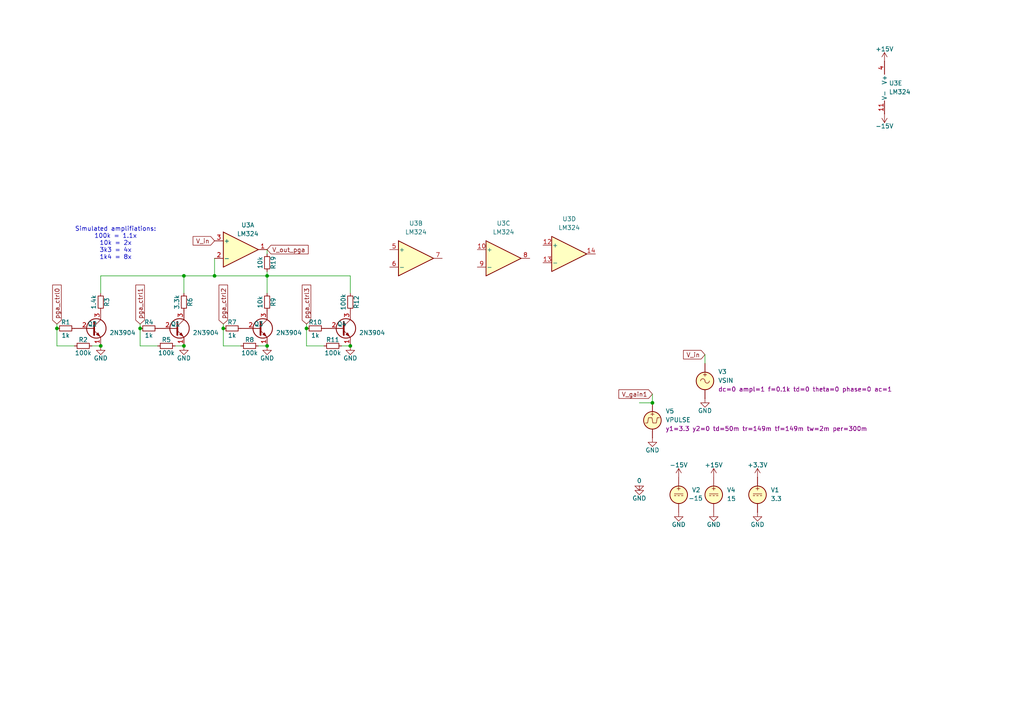
<source format=kicad_sch>
(kicad_sch (version 20231120) (generator "eeschema") (generator_version "8.0")
  (paper "A4")
  (lib_symbols
    (symbol "Amplifier_Operational:LM324" (pin_names (offset 0.127))
      (property "Reference" "U" (at 0 5.08 0))
      (property "Value" "LM324" (at 0 -5.08 0))
      (symbol "LM324_1_1"
        (polyline (pts (xy -5.08 5.08) (xy 5.08 0) (xy -5.08 -5.08) (xy -5.08 5.08)) (stroke (width 0.254)) (fill (type background)))
        (pin output line (at 7.62 0 180) (length 2.54) (name "~") (number "1"))
        (pin input line (at -7.62 -2.54 0) (length 2.54) (name "-") (number "2"))
        (pin input line (at -7.62 2.54 0) (length 2.54) (name "+") (number "3"))
      )
      (symbol "LM324_2_1"
        (polyline (pts (xy -5.08 5.08) (xy 5.08 0) (xy -5.08 -5.08) (xy -5.08 5.08)) (stroke (width 0.254)) (fill (type background)))
        (pin input line (at -7.62 2.54 0) (length 2.54) (name "+") (number "5"))
        (pin input line (at -7.62 -2.54 0) (length 2.54) (name "-") (number "6"))
        (pin output line (at 7.62 0 180) (length 2.54) (name "~") (number "7"))
      )
      (symbol "LM324_3_1"
        (polyline (pts (xy -5.08 5.08) (xy 5.08 0) (xy -5.08 -5.08) (xy -5.08 5.08)) (stroke (width 0.254)) (fill (type background)))
        (pin input line (at -7.62 2.54 0) (length 2.54) (name "+") (number "10"))
        (pin output line (at 7.62 0 180) (length 2.54) (name "~") (number "8"))
        (pin input line (at -7.62 -2.54 0) (length 2.54) (name "-") (number "9"))
      )
      (symbol "LM324_4_1"
        (polyline (pts (xy -5.08 5.08) (xy 5.08 0) (xy -5.08 -5.08) (xy -5.08 5.08)) (stroke (width 0.254)) (fill (type background)))
        (pin input line (at -7.62 2.54 0) (length 2.54) (name "+") (number "12"))
        (pin input line (at -7.62 -2.54 0) (length 2.54) (name "-") (number "13"))
        (pin output line (at 7.62 0 180) (length 2.54) (name "~") (number "14"))
      )
      (symbol "LM324_5_1"
        (pin power_in line (at -2.54 -7.62 90) (length 3.81) (name "V-") (number "11"))
        (pin power_in line (at -2.54 7.62 270) (length 3.81) (name "V+") (number "4"))
      )
    )
    (symbol "Device:R_Small" (pin_numbers hide) (pin_names (offset 0.254) hide)
      (property "Reference" "R" (at 0.762 0.508 0))
      (property "Value" "R_Small" (at 0.762 -1.016 0))
      (symbol "R_Small_0_1"
        (rectangle (start -0.762 1.778) (end 0.762 -1.778) (stroke (width 0.2032)))
      )
      (symbol "R_Small_1_1"
        (pin passive line (at 0 2.54 270) (length 0.762) (name "~") (number "1"))
        (pin passive line (at 0 -2.54 90) (length 0.762) (name "~") (number "2"))
      )
    )
    (symbol "Simulation_SPICE:0" (power) (pin_numbers hide) (pin_names (offset 0) hide)
      (property "Value" "0" (at 0 -2.54 0))
      (symbol "0_0_1"
        (polyline (pts (xy -1.27 0) (xy 0 -1.27) (xy 1.27 0) (xy -1.27 0)))
      )
      (symbol "0_1_1"
        (pin power_in line (at 0 0 0) (length 0) (name "~") (number "1"))
      )
    )
    (symbol "Simulation_SPICE:VDC" (pin_numbers hide) (pin_names (offset 0.0254))
      (property "Reference" "V" (at 2.54 2.54 0))
      (property "Value" "1" (at 2.54 0 0))
      (symbol "VDC_0_0"
        (polyline (pts (xy -1.27 0.254) (xy 1.27 0.254)))
        (polyline (pts (xy -0.762 -0.254) (xy -1.27 -0.254)))
        (polyline (pts (xy 0.254 -0.254) (xy -0.254 -0.254)))
        (polyline (pts (xy 1.27 -0.254) (xy 0.762 -0.254)))
        (text "+" (at 0 1.905 0) (effects (font (size 1.27 1.27))))
      )
      (symbol "VDC_0_1"
        (circle (center 0 0) (radius 2.54) (stroke (width 0.254)) (fill (type background)))
      )
      (symbol "VDC_1_1"
        (pin passive line (at 0 5.08 270) (length 2.54) (name "~") (number "1"))
        (pin passive line (at 0 -5.08 90) (length 2.54) (name "~") (number "2"))
      )
    )
    (symbol "Simulation_SPICE:VPULSE" (pin_numbers hide) (pin_names (offset 0.0254))
      (property "Reference" "V" (at 2.54 2.54 0))
      (property "Value" "VPULSE" (at 2.54 0 0))
      (property "Sim.Params" "y1=0 y2=1 td=2n tr=2n tf=2n tw=50n per=100n" (at 2.54 -2.54 0))
      (symbol "VPULSE_0_0"
        (polyline (pts (xy -2.032 -0.762) (xy -1.397 -0.762) (xy -1.143 0.762) (xy -0.127 0.762) (xy 0.127 -0.762) (xy 1.143 -0.762) (xy 1.397 0.762) (xy 2.032 0.762)))
        (text "+" (at 0 1.905 0) (effects (font (size 1.27 1.27))))
      )
      (symbol "VPULSE_0_1"
        (circle (center 0 0) (radius 2.54) (stroke (width 0.254)) (fill (type background)))
      )
      (symbol "VPULSE_1_1"
        (pin passive line (at 0 5.08 270) (length 2.54) (name "~") (number "1"))
        (pin passive line (at 0 -5.08 90) (length 2.54) (name "~") (number "2"))
      )
    )
    (symbol "Simulation_SPICE:VSIN" (pin_numbers hide) (pin_names (offset 0.0254))
      (property "Reference" "V" (at 2.54 2.54 0))
      (property "Value" "VSIN" (at 2.54 0 0))
      (property "Sim.Params" "dc=0 ampl=1 f=1k ac=1" (at 2.54 -2.54 0))
      (symbol "VSIN_0_0"
        (arc (start 0 0) (mid -0.635 0.6323) (end -1.27 0))
        (arc (start 0 0) (mid 0.635 -0.6323) (end 1.27 0))
        (text "+" (at 0 1.905 0) (effects (font (size 1.27 1.27))))
      )
      (symbol "VSIN_0_1"
        (circle (center 0 0) (radius 2.54) (stroke (width 0.254)) (fill (type background)))
      )
      (symbol "VSIN_1_1"
        (pin passive line (at 0 5.08 270) (length 2.54) (name "~") (number "1"))
        (pin passive line (at 0 -5.08 90) (length 2.54) (name "~") (number "2"))
      )
    )
    (symbol "Transistor_BJT:2N3904" (pin_names (offset 0) hide)
      (property "Reference" "Q" (at 5.08 1.905 0))
      (property "Value" "2N3904" (at 5.08 0 0))
      (symbol "2N3904_0_1"
        (polyline (pts (xy 0.635 0.635) (xy 2.54 2.54)))
        (polyline (pts (xy 0.635 -0.635) (xy 2.54 -2.54) (xy 2.54 -2.54)))
        (polyline (pts (xy 0.635 1.905) (xy 0.635 -1.905) (xy 0.635 -1.905)) (stroke (width 0.508)))
        (polyline (pts (xy 1.27 -1.778) (xy 1.778 -1.27) (xy 2.286 -2.286) (xy 1.27 -1.778) (xy 1.27 -1.778)) (fill (type outline)))
        (circle (center 1.27 0) (radius 2.8194) (stroke (width 0.254)))
      )
      (symbol "2N3904_1_1"
        (pin passive line (at 2.54 -5.08 90) (length 2.54) (name "E") (number "1"))
        (pin passive line (at -5.08 0 0) (length 5.715) (name "B") (number "2"))
        (pin passive line (at 2.54 5.08 270) (length 2.54) (name "C") (number "3"))
      )
    )
    (symbol "power:+15V" (power) (pin_numbers hide) (pin_names (offset 0) hide)
      (property "Value" "+15V" (at 0 3.556 0))
      (symbol "+15V_0_1"
        (polyline (pts (xy -0.762 1.27) (xy 0 2.54)))
        (polyline (pts (xy 0 0) (xy 0 2.54)))
        (polyline (pts (xy 0 2.54) (xy 0.762 1.27)))
      )
      (symbol "+15V_1_1"
        (pin power_in line (at 0 0 90) (length 0) (name "~") (number "1"))
      )
    )
    (symbol "power:+3.3V" (power) (pin_numbers hide) (pin_names (offset 0) hide)
      (property "Value" "+3.3V" (at 0 3.556 0))
      (symbol "+3.3V_0_1"
        (polyline (pts (xy -0.762 1.27) (xy 0 2.54)))
        (polyline (pts (xy 0 0) (xy 0 2.54)))
        (polyline (pts (xy 0 2.54) (xy 0.762 1.27)))
      )
      (symbol "+3.3V_1_1"
        (pin power_in line (at 0 0 90) (length 0) (name "~") (number "1"))
      )
    )
    (symbol "power:GND" (power) (pin_numbers hide) (pin_names (offset 0) hide)
      (property "Value" "GND" (at 0 -3.81 0))
      (symbol "GND_0_1"
        (polyline (pts (xy 0 0) (xy 0 -1.27) (xy 1.27 -1.27) (xy 0 -2.54) (xy -1.27 -1.27) (xy 0 -1.27)))
      )
      (symbol "GND_1_1"
        (pin power_in line (at 0 0 270) (length 0) (name "~") (number "1"))
      )
    )
  )
  (junction (at 77.47 100.33))
  (junction (at 77.47 80.01))
  (junction (at 40.64 95.25))
  (junction (at 53.34 100.33))
  (junction (at 64.77 95.25))
  (junction (at 16.51 95.25))
  (junction (at 189.23 116.84))
  (junction (at 88.9 95.25))
  (junction (at 62.23 80.01))
  (junction (at 53.34 80.01))
  (junction (at 29.21 100.33))
  (junction (at 101.6 100.33))
  (wire (pts (xy 53.34 80.01) (xy 62.23 80.01)))
  (wire (pts (xy 29.21 80.01) (xy 53.34 80.01)))
  (wire (pts (xy 204.47 102.87) (xy 204.47 105.41)))
  (wire (pts (xy 77.47 78.74) (xy 77.47 80.01)))
  (wire (pts (xy 29.21 80.01) (xy 29.21 85.09)))
  (wire (pts (xy 88.9 100.33) (xy 88.9 95.25)))
  (wire (pts (xy 21.59 100.33) (xy 16.51 100.33)))
  (wire (pts (xy 16.51 93.98) (xy 16.51 95.25)))
  (wire (pts (xy 69.85 100.33) (xy 64.77 100.33)))
  (wire (pts (xy 77.47 80.01) (xy 101.6 80.01)))
  (wire (pts (xy 88.9 93.98) (xy 88.9 95.25)))
  (wire (pts (xy 53.34 80.01) (xy 53.34 85.09)))
  (wire (pts (xy 93.98 100.33) (xy 88.9 100.33)))
  (wire (pts (xy 189.23 114.3) (xy 189.23 116.84)))
  (wire (pts (xy 40.64 93.98) (xy 40.64 95.25)))
  (wire (pts (xy 62.23 80.01) (xy 77.47 80.01)))
  (wire (pts (xy 77.47 80.01) (xy 77.47 85.09)))
  (wire (pts (xy 16.51 100.33) (xy 16.51 95.25)))
  (wire (pts (xy 77.47 72.39) (xy 77.47 73.66)))
  (wire (pts (xy 45.72 100.33) (xy 40.64 100.33)))
  (wire (pts (xy 64.77 93.98) (xy 64.77 95.25)))
  (wire (pts (xy 64.77 100.33) (xy 64.77 95.25)))
  (wire (pts (xy 101.6 80.01) (xy 101.6 85.09)))
  (wire (pts (xy 50.8 100.33) (xy 53.34 100.33)))
  (wire (pts (xy 185.42 116.84) (xy 189.23 116.84)))
  (wire (pts (xy 74.93 100.33) (xy 77.47 100.33)))
  (wire (pts (xy 40.64 100.33) (xy 40.64 95.25)))
  (wire (pts (xy 26.67 100.33) (xy 29.21 100.33)))
  (wire (pts (xy 99.06 100.33) (xy 101.6 100.33)))
  (wire (pts (xy 62.23 80.01) (xy 62.23 74.93)))
  (text "Simulated amplifiations:\n100k = 1.1x\n10k = 2x\n3k3 = 4x\n1k4 = 8x\n" (at 33.528 70.612 0) (effects (font (size 1.27 1.27))))
  (global_label "pga_ctrl2" (shape input) (at 64.77 93.98 90) (property "Intersheetrefs" "${INTERSHEET_REFS}" (effects (hide yes))))
  (global_label "V_gain1" (shape input) (at 189.23 114.3 180) (property "Intersheetrefs" "${INTERSHEET_REFS}" (effects (hide yes))))
  (global_label "pga_ctrl1" (shape input) (at 40.64 93.98 90) (property "Intersheetrefs" "${INTERSHEET_REFS}" (effects (hide yes))))
  (global_label "V_in" (shape input) (at 62.23 69.85 180) (property "Intersheetrefs" "${INTERSHEET_REFS}" (effects (hide yes))))
  (global_label "pga_ctrl0" (shape input) (at 16.51 93.98 90) (property "Intersheetrefs" "${INTERSHEET_REFS}" (effects (hide yes))))
  (global_label "V_in" (shape input) (at 204.47 102.87 180) (property "Intersheetrefs" "${INTERSHEET_REFS}" (effects (hide yes))))
  (global_label "V_out_pga" (shape input) (at 77.47 72.39 0) (property "Intersheetrefs" "${INTERSHEET_REFS}" (effects (hide yes))))
  (global_label "pga_ctrl3" (shape input) (at 88.9 93.98 90) (property "Intersheetrefs" "${INTERSHEET_REFS}" (effects (hide yes))))
  (symbol (lib_id "Amplifier_Operational:LM324") (at 69.85 72.39 0) (unit 1)
    (property "Reference" "U3" (at 71.882 65.278 0))
    (property "Value" "LM324" (at 71.882 67.818 0))
    (property "Footprint" "LM324:SOIC127P600X175-14N" (effects (hide yes)))
    (property "Datasheet" "http://www.ti.com/lit/ds/symlink/lm2902-n.pdf" (effects (hide yes)))
    (property "Description" "Low-Power, Quad-Operational Amplifiers, DIP-14/SOIC-14/SSOP-14" (effects (hide yes)))
    (property "Sim.Library" "/home/oskar/git/analogNeuron/design/sim/lm324b/lm324-quad.lib" (effects (hide yes)))
    (property "Sim.Name" "lm324-quad" (effects (hide yes)))
    (property "Sim.Device" "SUBCKT" (effects (hide yes)))
    (property "Sim.Pins" "1=1OUT 2=1INM 3=1INP 4=VCC 5=2INP 6=2INM 7=2OUT 8=3OUT 9=3INM 10=3INP 11=VEE 12=4INP 13=4INM 14=4OUT" (effects (hide yes)))
  )
  (symbol (lib_id "Amplifier_Operational:LM324") (at 120.65 74.93 0) (unit 2)
    (property "Reference" "U3" (at 120.65 64.77 0))
    (property "Value" "LM324" (at 120.65 67.31 0))
    (property "Footprint" "LM324:SOIC127P600X175-14N" (effects (hide yes)))
    (property "Datasheet" "http://www.ti.com/lit/ds/symlink/lm2902-n.pdf" (effects (hide yes)))
    (property "Description" "Low-Power, Quad-Operational Amplifiers, DIP-14/SOIC-14/SSOP-14" (effects (hide yes)))
    (property "Sim.Library" "/home/oskar/git/analogNeuron/design/sim/lm324b/lm324-quad.lib" (effects (hide yes)))
    (property "Sim.Name" "lm324-quad" (effects (hide yes)))
    (property "Sim.Device" "SUBCKT" (effects (hide yes)))
    (property "Sim.Pins" "1=1OUT 2=1INM 3=1INP 4=VCC 5=2INP 6=2INM 7=2OUT 8=3OUT 9=3INM 10=3INP 11=VEE 12=4INP 13=4INM 14=4OUT" (effects (hide yes)))
  )
  (symbol (lib_id "Device:R_Small") (at 77.47 87.63 0) (unit 1)
    (property "Reference" "R9" (at 79.248 87.63 90))
    (property "Value" "10k" (at 75.438 87.63 90))
    (property "Footprint" "Resistor_SMD:R_0402_1005Metric" (effects (hide yes)))
    (property "Description" "Resistor, small symbol" (effects (hide yes)))
  )
  (symbol (lib_id "Device:R_Small") (at 67.31 95.25 90) (unit 1)
    (property "Reference" "R7" (at 67.31 93.472 90))
    (property "Value" "1k" (at 67.31 97.282 90))
    (property "Footprint" "Resistor_SMD:R_0402_1005Metric" (effects (hide yes)))
    (property "Description" "Resistor, small symbol" (effects (hide yes)))
  )
  (symbol (lib_id "Device:R_Small") (at 43.18 95.25 90) (unit 1)
    (property "Reference" "R4" (at 43.18 93.472 90))
    (property "Value" "1k" (at 43.18 97.282 90))
    (property "Footprint" "Resistor_SMD:R_0402_1005Metric" (effects (hide yes)))
    (property "Description" "Resistor, small symbol" (effects (hide yes)))
  )
  (symbol (lib_id "Device:R_Small") (at 96.52 100.33 90) (unit 1)
    (property "Reference" "R11" (at 96.52 98.552 90))
    (property "Value" "100k" (at 96.52 102.362 90))
    (property "Footprint" "Resistor_SMD:R_0402_1005Metric" (effects (hide yes)))
    (property "Description" "Resistor, small symbol" (effects (hide yes)))
  )
  (symbol (lib_id "power:GND") (at 53.34 100.33 0) (unit 1)
    (property "Reference" "#PWR01" (effects (hide yes)))
    (property "Value" "GND" (at 53.34 103.886 0))
    (property "Description" "Power symbol creates a global label with name \"GND\" , ground" (effects (hide yes)))
  )
  (symbol (lib_id "Device:R_Small") (at 29.21 87.63 0) (unit 1)
    (property "Reference" "R3" (at 30.988 87.63 90))
    (property "Value" "1.4k" (at 27.178 87.63 90))
    (property "Footprint" "Resistor_SMD:R_0402_1005Metric" (effects (hide yes)))
    (property "Description" "Resistor, small symbol" (effects (hide yes)))
  )
  (symbol (lib_id "power:GND") (at 204.47 115.57 0) (unit 1)
    (property "Reference" "#PWR09" (effects (hide yes)))
    (property "Value" "GND" (at 204.47 119.126 0))
    (property "Description" "Power symbol creates a global label with name \"GND\" , ground" (effects (hide yes)))
  )
  (symbol (lib_id "Transistor_BJT:2N3904") (at 50.8 95.25 0) (unit 1)
    (property "Reference" "Q1" (at 49.53 93.9799 0) (effects (justify left)))
    (property "Value" "2N3904" (at 55.88 96.5199 0) (effects (justify left)))
    (property "Footprint" "Package_TO_SOT_THT:TO-92_Inline" (effects (hide yes)))
    (property "Datasheet" "https://www.onsemi.com/pub/Collateral/2N3903-D.PDF" (effects (hide yes)))
    (property "Description" "0.2A Ic, 40V Vce, Small Signal NPN Transistor, TO-92" (effects (hide yes)))
    (property "Sim.Library" "/home/oskar/git/analogNeuron/design/sim/2n3904/2n3904_spice.lib" (effects (hide yes)))
    (property "Sim.Name" "2N3904" (effects (hide yes)))
    (property "Sim.Device" "SUBCKT" (effects (hide yes)))
    (property "Sim.Pins" "1=E 2=B 3=C" (effects (hide yes)))
  )
  (symbol (lib_id "power:GND") (at 207.01 148.59 0) (unit 1)
    (property "Reference" "#PWR011" (effects (hide yes)))
    (property "Value" "GND" (at 207.01 152.146 0))
    (property "Description" "Power symbol creates a global label with name \"GND\" , ground" (effects (hide yes)))
  )
  (symbol (lib_id "power:GND") (at 77.47 100.33 0) (unit 1)
    (property "Reference" "#PWR03" (effects (hide yes)))
    (property "Value" "GND" (at 77.47 103.886 0))
    (property "Description" "Power symbol creates a global label with name \"GND\" , ground" (effects (hide yes)))
  )
  (symbol (lib_id "Device:R_Small") (at 48.26 100.33 90) (unit 1)
    (property "Reference" "R5" (at 48.26 98.552 90))
    (property "Value" "100k" (at 48.26 102.362 90))
    (property "Footprint" "Resistor_SMD:R_0402_1005Metric" (effects (hide yes)))
    (property "Description" "Resistor, small symbol" (effects (hide yes)))
  )
  (symbol (lib_id "power:+15V") (at 256.54 33.02 180) (unit 1)
    (property "Reference" "#PWR022" (effects (hide yes)))
    (property "Value" "-15V" (at 256.54 36.576 0))
    (property "Description" "Power symbol creates a global label with name \"+15V\"" (effects (hide yes)))
  )
  (symbol (lib_id "power:GND") (at 101.6 100.33 0) (unit 1)
    (property "Reference" "#PWR04" (effects (hide yes)))
    (property "Value" "GND" (at 101.6 103.886 0))
    (property "Description" "Power symbol creates a global label with name \"GND\" , ground" (effects (hide yes)))
  )
  (symbol (lib_id "Device:R_Small") (at 101.6 87.63 0) (unit 1)
    (property "Reference" "R12" (at 103.378 87.63 90))
    (property "Value" "100k" (at 99.568 87.63 90))
    (property "Footprint" "Resistor_SMD:R_0402_1005Metric" (effects (hide yes)))
    (property "Description" "Resistor, small symbol" (effects (hide yes)))
  )
  (symbol (lib_id "Simulation_SPICE:VDC") (at 207.01 143.51 0) (unit 1)
    (property "Reference" "V4" (at 210.82 142.1101 0) (effects (justify left)))
    (property "Value" "15" (at 210.82 144.6501 0) (effects (justify left)))
    (property "Datasheet" "https://ngspice.sourceforge.io/docs/ngspice-html-manual/manual.xhtml#sec_Independent_Sources_for" (effects (hide yes)))
    (property "Description" "Voltage source, DC" (effects (hide yes)))
    (property "Sim.Pins" "1=+ 2=-" (effects (hide yes)))
    (property "Sim.Type" "DC" (effects (hide yes)))
    (property "Sim.Device" "V" (effects (hide yes)))
  )
  (symbol (lib_id "Transistor_BJT:2N3904") (at 99.06 95.25 0) (unit 1)
    (property "Reference" "Q4" (at 97.79 93.9799 0) (effects (justify left)))
    (property "Value" "2N3904" (at 104.14 96.5199 0) (effects (justify left)))
    (property "Footprint" "Package_TO_SOT_THT:TO-92_Inline" (effects (hide yes)))
    (property "Datasheet" "https://www.onsemi.com/pub/Collateral/2N3903-D.PDF" (effects (hide yes)))
    (property "Description" "0.2A Ic, 40V Vce, Small Signal NPN Transistor, TO-92" (effects (hide yes)))
    (property "Sim.Library" "/home/oskar/git/analogNeuron/design/sim/2n3904/2n3904_spice.lib" (effects (hide yes)))
    (property "Sim.Name" "2N3904" (effects (hide yes)))
    (property "Sim.Device" "SUBCKT" (effects (hide yes)))
    (property "Sim.Pins" "1=E 2=B 3=C" (effects (hide yes)))
  )
  (symbol (lib_id "power:+15V") (at 207.01 138.43 0) (unit 1)
    (property "Reference" "#PWR010" (effects (hide yes)))
    (property "Value" "+15V" (at 207.01 134.874 0))
    (property "Description" "Power symbol creates a global label with name \"+15V\"" (effects (hide yes)))
  )
  (symbol (lib_id "power:GND") (at 29.21 100.33 0) (unit 1)
    (property "Reference" "#PWR02" (effects (hide yes)))
    (property "Value" "GND" (at 29.21 103.886 0))
    (property "Description" "Power symbol creates a global label with name \"GND\" , ground" (effects (hide yes)))
  )
  (symbol (lib_id "Simulation_SPICE:VDC") (at 219.71 143.51 0) (unit 1)
    (property "Reference" "V1" (at 223.52 142.1101 0) (effects (justify left)))
    (property "Value" "3.3" (at 223.52 144.6501 0) (effects (justify left)))
    (property "Datasheet" "https://ngspice.sourceforge.io/docs/ngspice-html-manual/manual.xhtml#sec_Independent_Sources_for" (effects (hide yes)))
    (property "Description" "Voltage source, DC" (effects (hide yes)))
    (property "Sim.Pins" "1=+ 2=-" (effects (hide yes)))
    (property "Sim.Type" "DC" (effects (hide yes)))
    (property "Sim.Device" "V" (effects (hide yes)))
  )
  (symbol (lib_id "Amplifier_Operational:LM324") (at 165.1 73.66 0) (unit 4)
    (property "Reference" "U3" (at 165.1 63.5 0))
    (property "Value" "LM324" (at 165.1 66.04 0))
    (property "Footprint" "LM324:SOIC127P600X175-14N" (effects (hide yes)))
    (property "Datasheet" "http://www.ti.com/lit/ds/symlink/lm2902-n.pdf" (effects (hide yes)))
    (property "Description" "Low-Power, Quad-Operational Amplifiers, DIP-14/SOIC-14/SSOP-14" (effects (hide yes)))
    (property "Sim.Library" "/home/oskar/git/analogNeuron/design/sim/lm324b/lm324-quad.lib" (effects (hide yes)))
    (property "Sim.Name" "lm324-quad" (effects (hide yes)))
    (property "Sim.Device" "SUBCKT" (effects (hide yes)))
    (property "Sim.Pins" "1=1OUT 2=1INM 3=1INP 4=VCC 5=2INP 6=2INM 7=2OUT 8=3OUT 9=3INM 10=3INP 11=VEE 12=4INP 13=4INM 14=4OUT" (effects (hide yes)))
  )
  (symbol (lib_id "power:GND") (at 185.42 140.97 0) (unit 1)
    (property "Reference" "#PWR05" (effects (hide yes)))
    (property "Value" "GND" (at 185.42 144.526 0))
    (property "Description" "Power symbol creates a global label with name \"GND\" , ground" (effects (hide yes)))
  )
  (symbol (lib_id "Amplifier_Operational:LM324") (at 146.05 74.93 0) (unit 3)
    (property "Reference" "U3" (at 146.05 64.77 0))
    (property "Value" "LM324" (at 146.05 67.31 0))
    (property "Footprint" "LM324:SOIC127P600X175-14N" (effects (hide yes)))
    (property "Datasheet" "http://www.ti.com/lit/ds/symlink/lm2902-n.pdf" (effects (hide yes)))
    (property "Description" "Low-Power, Quad-Operational Amplifiers, DIP-14/SOIC-14/SSOP-14" (effects (hide yes)))
    (property "Sim.Library" "/home/oskar/git/analogNeuron/design/sim/lm324b/lm324-quad.lib" (effects (hide yes)))
    (property "Sim.Name" "lm324-quad" (effects (hide yes)))
    (property "Sim.Device" "SUBCKT" (effects (hide yes)))
    (property "Sim.Pins" "1=1OUT 2=1INM 3=1INP 4=VCC 5=2INP 6=2INM 7=2OUT 8=3OUT 9=3INM 10=3INP 11=VEE 12=4INP 13=4INM 14=4OUT" (effects (hide yes)))
  )
  (symbol (lib_id "Device:R_Small") (at 91.44 95.25 90) (unit 1)
    (property "Reference" "R10" (at 91.44 93.472 90))
    (property "Value" "1k" (at 91.44 97.282 90))
    (property "Footprint" "Resistor_SMD:R_0402_1005Metric" (effects (hide yes)))
    (property "Description" "Resistor, small symbol" (effects (hide yes)))
  )
  (symbol (lib_id "power:+15V") (at 196.85 138.43 0) (unit 1)
    (property "Reference" "#PWR07" (effects (hide yes)))
    (property "Value" "-15V" (at 196.85 134.874 0))
    (property "Description" "Power symbol creates a global label with name \"+15V\"" (effects (hide yes)))
  )
  (symbol (lib_id "Transistor_BJT:2N3904") (at 26.67 95.25 0) (unit 1)
    (property "Reference" "Q2" (at 25.4 93.9799 0) (effects (justify left)))
    (property "Value" "2N3904" (at 31.75 96.5199 0) (effects (justify left)))
    (property "Footprint" "Package_TO_SOT_THT:TO-92_Inline" (effects (hide yes)))
    (property "Datasheet" "https://www.onsemi.com/pub/Collateral/2N3903-D.PDF" (effects (hide yes)))
    (property "Description" "0.2A Ic, 40V Vce, Small Signal NPN Transistor, TO-92" (effects (hide yes)))
    (property "Sim.Library" "/home/oskar/git/analogNeuron/design/sim/2n3904/2n3904_spice.lib" (effects (hide yes)))
    (property "Sim.Name" "2N3904" (effects (hide yes)))
    (property "Sim.Device" "SUBCKT" (effects (hide yes)))
    (property "Sim.Pins" "1=E 2=B 3=C" (effects (hide yes)))
  )
  (symbol (lib_id "Device:R_Small") (at 72.39 100.33 90) (unit 1)
    (property "Reference" "R8" (at 72.39 98.552 90))
    (property "Value" "100k" (at 72.39 102.362 90))
    (property "Footprint" "Resistor_SMD:R_0402_1005Metric" (effects (hide yes)))
    (property "Description" "Resistor, small symbol" (effects (hide yes)))
  )
  (symbol (lib_id "Simulation_SPICE:VDC") (at 196.85 143.51 0) (unit 1)
    (property "Reference" "V2" (at 200.66 142.1101 0) (effects (justify left)))
    (property "Value" "-15" (at 199.644 144.526 0) (effects (justify left)))
    (property "Datasheet" "https://ngspice.sourceforge.io/docs/ngspice-html-manual/manual.xhtml#sec_Independent_Sources_for" (effects (hide yes)))
    (property "Description" "Voltage source, DC" (effects (hide yes)))
    (property "Sim.Pins" "1=+ 2=-" (effects (hide yes)))
    (property "Sim.Type" "DC" (effects (hide yes)))
    (property "Sim.Device" "V" (effects (hide yes)))
  )
  (symbol (lib_id "Transistor_BJT:2N3904") (at 74.93 95.25 0) (unit 1)
    (property "Reference" "Q3" (at 73.66 93.9799 0) (effects (justify left)))
    (property "Value" "2N3904" (at 80.01 96.5199 0) (effects (justify left)))
    (property "Footprint" "Package_TO_SOT_THT:TO-92_Inline" (effects (hide yes)))
    (property "Datasheet" "https://www.onsemi.com/pub/Collateral/2N3903-D.PDF" (effects (hide yes)))
    (property "Description" "0.2A Ic, 40V Vce, Small Signal NPN Transistor, TO-92" (effects (hide yes)))
    (property "Sim.Library" "/home/oskar/git/analogNeuron/design/sim/2n3904/2n3904_spice.lib" (effects (hide yes)))
    (property "Sim.Name" "2N3904" (effects (hide yes)))
    (property "Sim.Device" "SUBCKT" (effects (hide yes)))
    (property "Sim.Pins" "1=E 2=B 3=C" (effects (hide yes)))
  )
  (symbol (lib_id "Simulation_SPICE:VPULSE") (at 189.23 121.92 0) (unit 1)
    (property "Reference" "V5" (at 193.04 119.2501 0) (effects (justify left)))
    (property "Value" "VPULSE" (at 193.04 121.7901 0) (effects (justify left)))
    (property "Datasheet" "https://ngspice.sourceforge.io/docs/ngspice-html-manual/manual.xhtml#sec_Independent_Sources_for" (effects (hide yes)))
    (property "Description" "Voltage source, pulse" (effects (hide yes)))
    (property "Sim.Pins" "1=+ 2=-" (effects (hide yes)))
    (property "Sim.Type" "PULSE" (effects (hide yes)))
    (property "Sim.Device" "V" (effects (hide yes)))
    (property "Sim.Params" "y1=3.3 y2=0 td=50m tr=149m tf=149m tw=2m per=300m" (at 193.04 124.3301 0) (effects (justify left)))
  )
  (symbol (lib_id "Amplifier_Operational:LM324") (at 259.08 25.4 0) (unit 5)
    (property "Reference" "U3" (at 257.81 24.1299 0) (effects (justify left)))
    (property "Value" "LM324" (at 257.81 26.6699 0) (effects (justify left)))
    (property "Footprint" "LM324:SOIC127P600X175-14N" (effects (hide yes)))
    (property "Datasheet" "http://www.ti.com/lit/ds/symlink/lm2902-n.pdf" (effects (hide yes)))
    (property "Description" "Low-Power, Quad-Operational Amplifiers, DIP-14/SOIC-14/SSOP-14" (effects (hide yes)))
    (property "Sim.Library" "/home/oskar/git/analogNeuron/design/sim/lm324b/lm324-quad.lib" (effects (hide yes)))
    (property "Sim.Name" "lm324-quad" (effects (hide yes)))
    (property "Sim.Device" "SUBCKT" (effects (hide yes)))
    (property "Sim.Pins" "1=1OUT 2=1INM 3=1INP 4=VCC 5=2INP 6=2INM 7=2OUT 8=3OUT 9=3INM 10=3INP 11=VEE 12=4INP 13=4INM 14=4OUT" (effects (hide yes)))
  )
  (symbol (lib_id "power:GND") (at 189.23 127 0) (unit 1)
    (property "Reference" "#PWR06" (effects (hide yes)))
    (property "Value" "GND" (at 189.23 130.556 0))
    (property "Description" "Power symbol creates a global label with name \"GND\" , ground" (effects (hide yes)))
  )
  (symbol (lib_id "Simulation_SPICE:0") (at 185.42 140.97 0) (unit 1)
    (property "Reference" "#GND01" (effects (hide yes)))
    (property "Value" "0" (at 185.42 139.446 0))
    (property "Datasheet" "https://ngspice.sourceforge.io/docs/ngspice-html-manual/manual.xhtml#subsec_Circuit_elements__device" (effects (hide yes)))
    (property "Description" "0V reference potential for simulation" (effects (hide yes)))
  )
  (symbol (lib_id "power:GND") (at 196.85 148.59 0) (unit 1)
    (property "Reference" "#PWR08" (effects (hide yes)))
    (property "Value" "GND" (at 196.85 152.146 0))
    (property "Description" "Power symbol creates a global label with name \"GND\" , ground" (effects (hide yes)))
  )
  (symbol (lib_id "Device:R_Small") (at 53.34 87.63 0) (unit 1)
    (property "Reference" "R6" (at 55.118 87.63 90))
    (property "Value" "3.3k" (at 51.308 87.63 90))
    (property "Footprint" "Resistor_SMD:R_0402_1005Metric" (effects (hide yes)))
    (property "Description" "Resistor, small symbol" (effects (hide yes)))
  )
  (symbol (lib_id "Device:R_Small") (at 77.47 76.2 0) (unit 1)
    (property "Reference" "R19" (at 79.248 76.2 90))
    (property "Value" "10k" (at 75.438 76.2 90))
    (property "Footprint" "Resistor_SMD:R_0402_1005Metric" (effects (hide yes)))
    (property "Description" "Resistor, small symbol" (effects (hide yes)))
  )
  (symbol (lib_id "power:GND") (at 219.71 148.59 0) (unit 1)
    (property "Reference" "#PWR016" (effects (hide yes)))
    (property "Value" "GND" (at 219.71 152.146 0))
    (property "Description" "Power symbol creates a global label with name \"GND\" , ground" (effects (hide yes)))
  )
  (symbol (lib_id "Simulation_SPICE:VSIN") (at 204.47 110.49 0) (unit 1)
    (property "Reference" "V3" (at 208.28 107.8201 0) (effects (justify left)))
    (property "Value" "VSIN" (at 208.28 110.3601 0) (effects (justify left)))
    (property "Datasheet" "https://ngspice.sourceforge.io/docs/ngspice-html-manual/manual.xhtml#sec_Independent_Sources_for" (effects (hide yes)))
    (property "Description" "Voltage source, sinusoidal" (effects (hide yes)))
    (property "Sim.Pins" "1=+ 2=-" (effects (hide yes)))
    (property "Sim.Params" "dc=0 ampl=1 f=0.1k td=0 theta=0 phase=0 ac=1" (at 208.28 112.9001 0) (effects (justify left)))
    (property "Sim.Type" "SIN" (effects (hide yes)))
    (property "Sim.Device" "V" (effects (hide yes)))
  )
  (symbol (lib_id "Device:R_Small") (at 19.05 95.25 90) (unit 1)
    (property "Reference" "R1" (at 19.05 93.472 90))
    (property "Value" "1k" (at 19.05 97.282 90))
    (property "Footprint" "Resistor_SMD:R_0402_1005Metric" (effects (hide yes)))
    (property "Description" "Resistor, small symbol" (effects (hide yes)))
  )
  (symbol (lib_id "power:+3.3V") (at 219.71 138.43 0) (unit 1)
    (property "Reference" "#PWR017" (effects (hide yes)))
    (property "Value" "+3.3V" (at 219.71 134.874 0))
    (property "Description" "Power symbol creates a global label with name \"+3.3V\"" (effects (hide yes)))
  )
  (symbol (lib_id "power:+15V") (at 256.54 17.78 0) (unit 1)
    (property "Reference" "#PWR021" (effects (hide yes)))
    (property "Value" "+15V" (at 256.54 14.224 0))
    (property "Description" "Power symbol creates a global label with name \"+15V\"" (effects (hide yes)))
  )
  (symbol (lib_id "Device:R_Small") (at 24.13 100.33 90) (unit 1)
    (property "Reference" "R2" (at 24.13 98.552 90))
    (property "Value" "100k" (at 24.13 102.362 90))
    (property "Footprint" "Resistor_SMD:R_0402_1005Metric" (effects (hide yes)))
    (property "Description" "Resistor, small symbol" (effects (hide yes)))
  )
)
</source>
